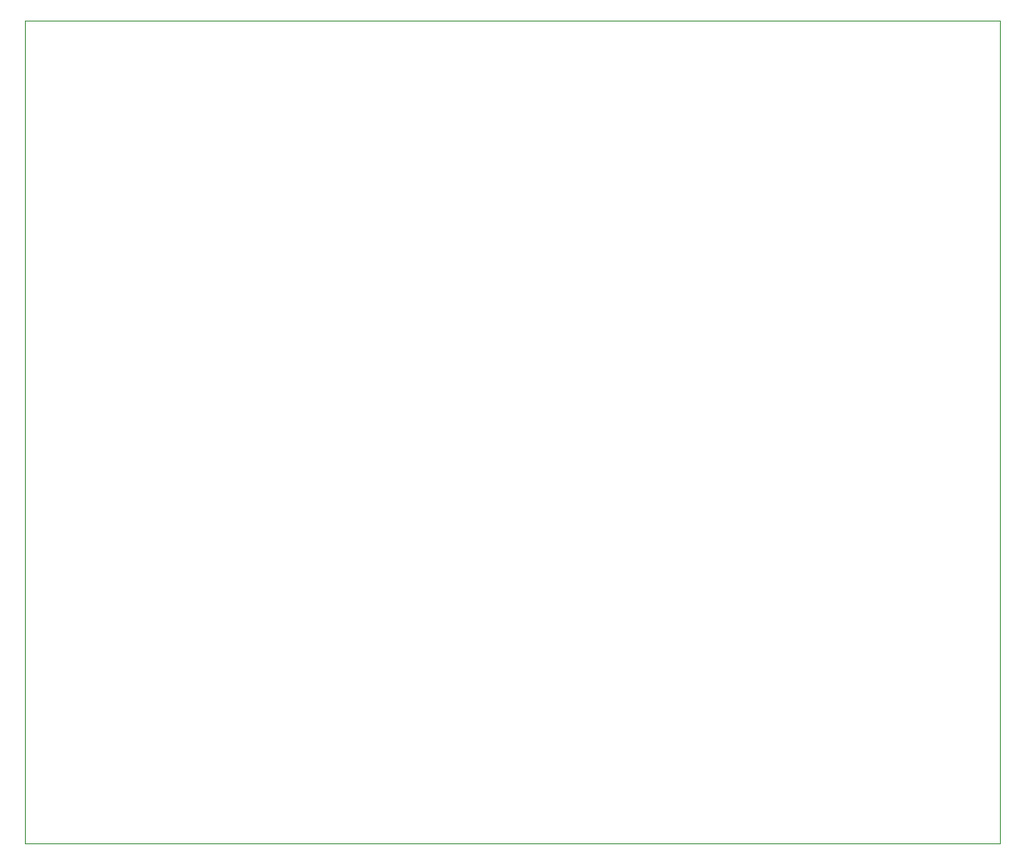
<source format=gm1>
G04 #@! TF.GenerationSoftware,KiCad,Pcbnew,8.0.9*
G04 #@! TF.CreationDate,2025-05-18T21:41:49+02:00*
G04 #@! TF.ProjectId,sensor-hub,73656e73-6f72-42d6-9875-622e6b696361,rev?*
G04 #@! TF.SameCoordinates,Original*
G04 #@! TF.FileFunction,Profile,NP*
%FSLAX46Y46*%
G04 Gerber Fmt 4.6, Leading zero omitted, Abs format (unit mm)*
G04 Created by KiCad (PCBNEW 8.0.9) date 2025-05-18 21:41:49*
%MOMM*%
%LPD*%
G01*
G04 APERTURE LIST*
G04 #@! TA.AperFunction,Profile*
%ADD10C,0.050000*%
G04 #@! TD*
G04 APERTURE END LIST*
D10*
X45000000Y-59000000D02*
X141000000Y-59000000D01*
X141000000Y-140000000D01*
X45000000Y-140000000D01*
X45000000Y-59000000D01*
M02*

</source>
